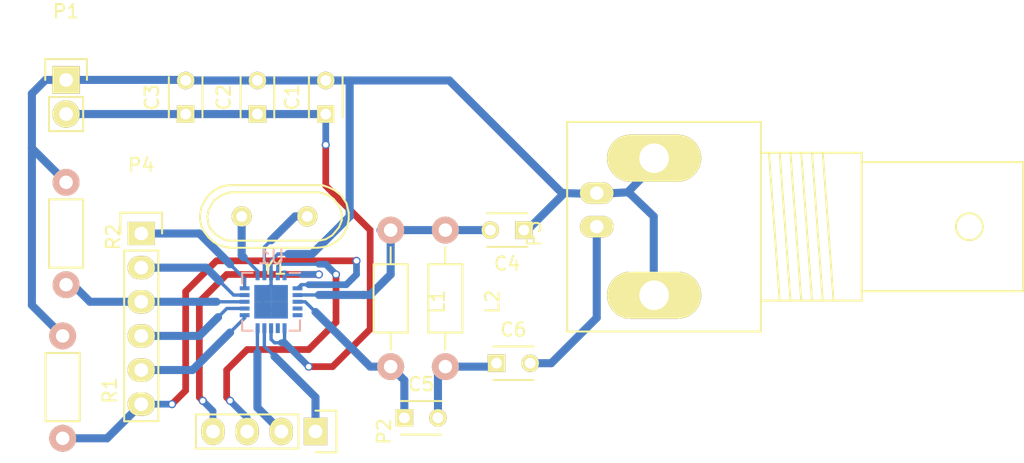
<source format=kicad_pcb>
(kicad_pcb (version 4) (host pcbnew 4.0.2+dfsg1-stable)

  (general
    (links 41)
    (no_connects 0)
    (area 141.369 83.691 217.983481 118.537)
    (thickness 1.6)
    (drawings 0)
    (tracks 160)
    (zones 0)
    (modules 16)
    (nets 22)
  )

  (page A4)
  (layers
    (0 F.Cu signal)
    (31 B.Cu signal)
    (32 B.Adhes user)
    (33 F.Adhes user)
    (34 B.Paste user)
    (35 F.Paste user)
    (36 B.SilkS user)
    (37 F.SilkS user)
    (38 B.Mask user)
    (39 F.Mask user)
    (40 Dwgs.User user)
    (41 Cmts.User user)
    (42 Eco1.User user)
    (43 Eco2.User user)
    (44 Edge.Cuts user)
    (45 Margin user)
    (46 B.CrtYd user)
    (47 F.CrtYd user)
    (48 B.Fab user)
    (49 F.Fab user)
  )

  (setup
    (last_trace_width 0.5)
    (user_trace_width 0.4)
    (user_trace_width 0.5)
    (user_trace_width 0.6)
    (user_trace_width 0.75)
    (trace_clearance 0.2)
    (zone_clearance 0.508)
    (zone_45_only no)
    (trace_min 0.2)
    (segment_width 0.2)
    (edge_width 0.1)
    (via_size 0.6)
    (via_drill 0.4)
    (via_min_size 0.4)
    (via_min_drill 0.3)
    (uvia_size 0.3)
    (uvia_drill 0.1)
    (uvias_allowed no)
    (uvia_min_size 0.2)
    (uvia_min_drill 0.1)
    (pcb_text_width 0.3)
    (pcb_text_size 1.5 1.5)
    (mod_edge_width 0.15)
    (mod_text_size 1 1)
    (mod_text_width 0.15)
    (pad_size 1.5 1.5)
    (pad_drill 0.6)
    (pad_to_mask_clearance 0)
    (aux_axis_origin 0 0)
    (visible_elements FFFFE769)
    (pcbplotparams
      (layerselection 0x00030_80000001)
      (usegerberextensions false)
      (excludeedgelayer true)
      (linewidth 0.100000)
      (plotframeref false)
      (viasonmask false)
      (mode 1)
      (useauxorigin false)
      (hpglpennumber 1)
      (hpglpenspeed 20)
      (hpglpendiameter 15)
      (hpglpenoverlay 2)
      (psnegative false)
      (psa4output false)
      (plotreference true)
      (plotvalue true)
      (plotinvisibletext false)
      (padsonsilk false)
      (subtractmaskfromsilk false)
      (outputformat 1)
      (mirror false)
      (drillshape 1)
      (scaleselection 1)
      (outputdirectory ""))
  )

  (net 0 "")
  (net 1 "Net-(C1-Pad1)")
  (net 2 GND)
  (net 3 "Net-(C4-Pad2)")
  (net 4 "Net-(C5-Pad1)")
  (net 5 "Net-(C5-Pad2)")
  (net 6 "Net-(C6-Pad2)")
  (net 7 /GPIO0)
  (net 8 /GPIO1)
  (net 9 /GPIO2)
  (net 10 /GPIO3)
  (net 11 /SEL)
  (net 12 /SDI)
  (net 13 /SDO)
  (net 14 /SCK)
  (net 15 /IRQ)
  (net 16 /SDN)
  (net 17 "Net-(U1-Pad4)")
  (net 18 "Net-(U1-Pad5)")
  (net 19 "Net-(U1-Pad7)")
  (net 20 "Net-(U1-Pad16)")
  (net 21 "Net-(U1-Pad17)")

  (net_class Default "This is the default net class."
    (clearance 0.2)
    (trace_width 0.25)
    (via_dia 0.6)
    (via_drill 0.4)
    (uvia_dia 0.3)
    (uvia_drill 0.1)
    (add_net /GPIO0)
    (add_net /GPIO1)
    (add_net /GPIO2)
    (add_net /GPIO3)
    (add_net /IRQ)
    (add_net /SCK)
    (add_net /SDI)
    (add_net /SDN)
    (add_net /SDO)
    (add_net /SEL)
    (add_net GND)
    (add_net "Net-(C1-Pad1)")
    (add_net "Net-(C4-Pad2)")
    (add_net "Net-(C5-Pad1)")
    (add_net "Net-(C5-Pad2)")
    (add_net "Net-(C6-Pad2)")
    (add_net "Net-(U1-Pad16)")
    (add_net "Net-(U1-Pad17)")
    (add_net "Net-(U1-Pad4)")
    (add_net "Net-(U1-Pad5)")
    (add_net "Net-(U1-Pad7)")
  )

  (module Sockets_BNC:BNC_Socket_TYCO-AMP_LargePads (layer F.Cu) (tedit 0) (tstamp 5A232B14)
    (at 191.008 100.838 270)
    (descr "BNC Socket TYCO AMP")
    (tags "BNC Socket TYCO AMP")
    (path /5A22F396)
    (fp_text reference P3 (at 0.508 9.652 270) (layer F.SilkS)
      (effects (font (size 1 1) (thickness 0.15)))
    )
    (fp_text value BNC (at 10.89914 -9.6012 360) (layer F.Fab)
      (effects (font (size 1 1) (thickness 0.15)))
    )
    (fp_line (start -5.4991 -11.80084) (end 5.4991 -12.60094) (layer F.SilkS) (width 0.15))
    (fp_line (start -5.4991 -11.00074) (end 5.4991 -11.80084) (layer F.SilkS) (width 0.15))
    (fp_line (start -5.4991 -10.20064) (end 5.4991 -11.00074) (layer F.SilkS) (width 0.15))
    (fp_line (start -5.4991 -9.40054) (end 5.4991 -10.20064) (layer F.SilkS) (width 0.15))
    (fp_line (start -5.4991 -8.60044) (end 5.4991 -9.40054) (layer F.SilkS) (width 0.15))
    (fp_line (start -5.4991 -7.80034) (end 5.4991 -8.60044) (layer F.SilkS) (width 0.15))
    (fp_circle (center 0 -22.69998) (end 1.00076 -22.69998) (layer F.SilkS) (width 0.15))
    (fp_line (start 4.8006 -14.69898) (end 4.8006 -26.70048) (layer F.SilkS) (width 0.15))
    (fp_line (start 4.8006 -26.70048) (end -4.8006 -26.70048) (layer F.SilkS) (width 0.15))
    (fp_line (start -4.8006 -26.70048) (end -4.8006 -14.69898) (layer F.SilkS) (width 0.15))
    (fp_line (start 5.4991 -7.2009) (end 5.4991 -14.69898) (layer F.SilkS) (width 0.15))
    (fp_line (start 5.4991 -14.69898) (end -5.4991 -14.69898) (layer F.SilkS) (width 0.15))
    (fp_line (start -5.4991 -14.69898) (end -5.4991 -7.2009) (layer F.SilkS) (width 0.15))
    (fp_line (start -7.80034 7.2009) (end 7.80034 7.2009) (layer F.SilkS) (width 0.15))
    (fp_line (start 7.80034 7.2009) (end 7.80034 -7.2009) (layer F.SilkS) (width 0.15))
    (fp_line (start 7.80034 -7.2009) (end -7.80034 -7.2009) (layer F.SilkS) (width 0.15))
    (fp_line (start -7.80034 -7.2009) (end -7.80034 7.2009) (layer F.SilkS) (width 0.15))
    (pad 2 thru_hole oval (at -5.09778 0.7366 270) (size 3.50012 7.00024) (drill 2.19964) (layers *.Cu *.Mask F.SilkS)
      (net 2 GND))
    (pad 2 thru_hole oval (at 5.10032 0.7366 270) (size 3.50012 7.00024) (drill 2.19964) (layers *.Cu *.Mask F.SilkS)
      (net 2 GND))
    (pad 1 thru_hole oval (at 0 5.00126 270) (size 1.6002 2.49936) (drill 1.00076) (layers *.Cu *.Mask F.SilkS)
      (net 6 "Net-(C6-Pad2)"))
    (pad 2 thru_hole oval (at -2.49936 5.00126 270) (size 1.6002 2.49936) (drill 1.00076) (layers *.Cu *.Mask F.SilkS)
      (net 2 GND))
    (model Sockets_BNC.3dshapes/BNC_Socket_TYCO-AMP_LargePads.wrl
      (at (xyz 0 0 0))
      (scale (xyz 0.3937 0.3937 0.3937))
      (rotate (xyz 0 0 0))
    )
  )

  (module Capacitors_ThroughHole:C_Disc_D3_P2.5 (layer F.Cu) (tedit 0) (tstamp 5A232A7B)
    (at 165.862 92.456 90)
    (descr "Capacitor 3mm Disc, Pitch 2.5mm")
    (tags Capacitor)
    (path /5A22CB2E)
    (fp_text reference C1 (at 1.25 -2.5 90) (layer F.SilkS)
      (effects (font (size 1 1) (thickness 0.15)))
    )
    (fp_text value 100pF (at 1.25 2.5 90) (layer F.Fab)
      (effects (font (size 1 1) (thickness 0.15)))
    )
    (fp_line (start -0.9 -1.5) (end 3.4 -1.5) (layer F.CrtYd) (width 0.05))
    (fp_line (start 3.4 -1.5) (end 3.4 1.5) (layer F.CrtYd) (width 0.05))
    (fp_line (start 3.4 1.5) (end -0.9 1.5) (layer F.CrtYd) (width 0.05))
    (fp_line (start -0.9 1.5) (end -0.9 -1.5) (layer F.CrtYd) (width 0.05))
    (fp_line (start -0.25 -1.25) (end 2.75 -1.25) (layer F.SilkS) (width 0.15))
    (fp_line (start 2.75 1.25) (end -0.25 1.25) (layer F.SilkS) (width 0.15))
    (pad 1 thru_hole rect (at 0 0 90) (size 1.3 1.3) (drill 0.8) (layers *.Cu *.Mask F.SilkS)
      (net 1 "Net-(C1-Pad1)"))
    (pad 2 thru_hole circle (at 2.5 0 90) (size 1.3 1.3) (drill 0.8001) (layers *.Cu *.Mask F.SilkS)
      (net 2 GND))
    (model Capacitors_ThroughHole.3dshapes/C_Disc_D3_P2.5.wrl
      (at (xyz 0.0492126 0 0))
      (scale (xyz 1 1 1))
      (rotate (xyz 0 0 0))
    )
  )

  (module Capacitors_ThroughHole:C_Disc_D3_P2.5 (layer F.Cu) (tedit 0) (tstamp 5A232A87)
    (at 160.782 92.456 90)
    (descr "Capacitor 3mm Disc, Pitch 2.5mm")
    (tags Capacitor)
    (path /5A22CBA1)
    (fp_text reference C2 (at 1.25 -2.5 90) (layer F.SilkS)
      (effects (font (size 1 1) (thickness 0.15)))
    )
    (fp_text value 100nF (at 1.25 2.5 90) (layer F.Fab)
      (effects (font (size 1 1) (thickness 0.15)))
    )
    (fp_line (start -0.9 -1.5) (end 3.4 -1.5) (layer F.CrtYd) (width 0.05))
    (fp_line (start 3.4 -1.5) (end 3.4 1.5) (layer F.CrtYd) (width 0.05))
    (fp_line (start 3.4 1.5) (end -0.9 1.5) (layer F.CrtYd) (width 0.05))
    (fp_line (start -0.9 1.5) (end -0.9 -1.5) (layer F.CrtYd) (width 0.05))
    (fp_line (start -0.25 -1.25) (end 2.75 -1.25) (layer F.SilkS) (width 0.15))
    (fp_line (start 2.75 1.25) (end -0.25 1.25) (layer F.SilkS) (width 0.15))
    (pad 1 thru_hole rect (at 0 0 90) (size 1.3 1.3) (drill 0.8) (layers *.Cu *.Mask F.SilkS)
      (net 1 "Net-(C1-Pad1)"))
    (pad 2 thru_hole circle (at 2.5 0 90) (size 1.3 1.3) (drill 0.8001) (layers *.Cu *.Mask F.SilkS)
      (net 2 GND))
    (model Capacitors_ThroughHole.3dshapes/C_Disc_D3_P2.5.wrl
      (at (xyz 0.0492126 0 0))
      (scale (xyz 1 1 1))
      (rotate (xyz 0 0 0))
    )
  )

  (module Capacitors_ThroughHole:C_Disc_D3_P2.5 (layer F.Cu) (tedit 0) (tstamp 5A232A93)
    (at 155.448 92.456 90)
    (descr "Capacitor 3mm Disc, Pitch 2.5mm")
    (tags Capacitor)
    (path /5A22CBF4)
    (fp_text reference C3 (at 1.25 -2.5 90) (layer F.SilkS)
      (effects (font (size 1 1) (thickness 0.15)))
    )
    (fp_text value 1uF (at 1.25 2.5 90) (layer F.Fab)
      (effects (font (size 1 1) (thickness 0.15)))
    )
    (fp_line (start -0.9 -1.5) (end 3.4 -1.5) (layer F.CrtYd) (width 0.05))
    (fp_line (start 3.4 -1.5) (end 3.4 1.5) (layer F.CrtYd) (width 0.05))
    (fp_line (start 3.4 1.5) (end -0.9 1.5) (layer F.CrtYd) (width 0.05))
    (fp_line (start -0.9 1.5) (end -0.9 -1.5) (layer F.CrtYd) (width 0.05))
    (fp_line (start -0.25 -1.25) (end 2.75 -1.25) (layer F.SilkS) (width 0.15))
    (fp_line (start 2.75 1.25) (end -0.25 1.25) (layer F.SilkS) (width 0.15))
    (pad 1 thru_hole rect (at 0 0 90) (size 1.3 1.3) (drill 0.8) (layers *.Cu *.Mask F.SilkS)
      (net 1 "Net-(C1-Pad1)"))
    (pad 2 thru_hole circle (at 2.5 0 90) (size 1.3 1.3) (drill 0.8001) (layers *.Cu *.Mask F.SilkS)
      (net 2 GND))
    (model Capacitors_ThroughHole.3dshapes/C_Disc_D3_P2.5.wrl
      (at (xyz 0.0492126 0 0))
      (scale (xyz 1 1 1))
      (rotate (xyz 0 0 0))
    )
  )

  (module Capacitors_ThroughHole:C_Disc_D3_P2.5 (layer F.Cu) (tedit 0) (tstamp 5A232A9F)
    (at 180.594 101.092 180)
    (descr "Capacitor 3mm Disc, Pitch 2.5mm")
    (tags Capacitor)
    (path /5A22CD93)
    (fp_text reference C4 (at 1.25 -2.5 180) (layer F.SilkS)
      (effects (font (size 1 1) (thickness 0.15)))
    )
    (fp_text value 12pF (at 1.25 2.5 180) (layer F.Fab)
      (effects (font (size 1 1) (thickness 0.15)))
    )
    (fp_line (start -0.9 -1.5) (end 3.4 -1.5) (layer F.CrtYd) (width 0.05))
    (fp_line (start 3.4 -1.5) (end 3.4 1.5) (layer F.CrtYd) (width 0.05))
    (fp_line (start 3.4 1.5) (end -0.9 1.5) (layer F.CrtYd) (width 0.05))
    (fp_line (start -0.9 1.5) (end -0.9 -1.5) (layer F.CrtYd) (width 0.05))
    (fp_line (start -0.25 -1.25) (end 2.75 -1.25) (layer F.SilkS) (width 0.15))
    (fp_line (start 2.75 1.25) (end -0.25 1.25) (layer F.SilkS) (width 0.15))
    (pad 1 thru_hole rect (at 0 0 180) (size 1.3 1.3) (drill 0.8) (layers *.Cu *.Mask F.SilkS)
      (net 2 GND))
    (pad 2 thru_hole circle (at 2.5 0 180) (size 1.3 1.3) (drill 0.8001) (layers *.Cu *.Mask F.SilkS)
      (net 3 "Net-(C4-Pad2)"))
    (model Capacitors_ThroughHole.3dshapes/C_Disc_D3_P2.5.wrl
      (at (xyz 0.0492126 0 0))
      (scale (xyz 1 1 1))
      (rotate (xyz 0 0 0))
    )
  )

  (module Capacitors_ThroughHole:C_Disc_D3_P2.5 (layer F.Cu) (tedit 0) (tstamp 5A232AAB)
    (at 171.704 115.062)
    (descr "Capacitor 3mm Disc, Pitch 2.5mm")
    (tags Capacitor)
    (path /5A22CC3B)
    (fp_text reference C5 (at 1.25 -2.5) (layer F.SilkS)
      (effects (font (size 1 1) (thickness 0.15)))
    )
    (fp_text value 6pF (at 1.25 2.5) (layer F.Fab)
      (effects (font (size 1 1) (thickness 0.15)))
    )
    (fp_line (start -0.9 -1.5) (end 3.4 -1.5) (layer F.CrtYd) (width 0.05))
    (fp_line (start 3.4 -1.5) (end 3.4 1.5) (layer F.CrtYd) (width 0.05))
    (fp_line (start 3.4 1.5) (end -0.9 1.5) (layer F.CrtYd) (width 0.05))
    (fp_line (start -0.9 1.5) (end -0.9 -1.5) (layer F.CrtYd) (width 0.05))
    (fp_line (start -0.25 -1.25) (end 2.75 -1.25) (layer F.SilkS) (width 0.15))
    (fp_line (start 2.75 1.25) (end -0.25 1.25) (layer F.SilkS) (width 0.15))
    (pad 1 thru_hole rect (at 0 0) (size 1.3 1.3) (drill 0.8) (layers *.Cu *.Mask F.SilkS)
      (net 4 "Net-(C5-Pad1)"))
    (pad 2 thru_hole circle (at 2.5 0) (size 1.3 1.3) (drill 0.8001) (layers *.Cu *.Mask F.SilkS)
      (net 5 "Net-(C5-Pad2)"))
    (model Capacitors_ThroughHole.3dshapes/C_Disc_D3_P2.5.wrl
      (at (xyz 0.0492126 0 0))
      (scale (xyz 1 1 1))
      (rotate (xyz 0 0 0))
    )
  )

  (module Capacitors_ThroughHole:C_Disc_D3_P2.5 (layer F.Cu) (tedit 0) (tstamp 5A232AB7)
    (at 178.562 110.998)
    (descr "Capacitor 3mm Disc, Pitch 2.5mm")
    (tags Capacitor)
    (path /5A22CCFE)
    (fp_text reference C6 (at 1.25 -2.5) (layer F.SilkS)
      (effects (font (size 1 1) (thickness 0.15)))
    )
    (fp_text value 6pF (at 1.25 2.5) (layer F.Fab)
      (effects (font (size 1 1) (thickness 0.15)))
    )
    (fp_line (start -0.9 -1.5) (end 3.4 -1.5) (layer F.CrtYd) (width 0.05))
    (fp_line (start 3.4 -1.5) (end 3.4 1.5) (layer F.CrtYd) (width 0.05))
    (fp_line (start 3.4 1.5) (end -0.9 1.5) (layer F.CrtYd) (width 0.05))
    (fp_line (start -0.9 1.5) (end -0.9 -1.5) (layer F.CrtYd) (width 0.05))
    (fp_line (start -0.25 -1.25) (end 2.75 -1.25) (layer F.SilkS) (width 0.15))
    (fp_line (start 2.75 1.25) (end -0.25 1.25) (layer F.SilkS) (width 0.15))
    (pad 1 thru_hole rect (at 0 0) (size 1.3 1.3) (drill 0.8) (layers *.Cu *.Mask F.SilkS)
      (net 5 "Net-(C5-Pad2)"))
    (pad 2 thru_hole circle (at 2.5 0) (size 1.3 1.3) (drill 0.8001) (layers *.Cu *.Mask F.SilkS)
      (net 6 "Net-(C6-Pad2)"))
    (model Capacitors_ThroughHole.3dshapes/C_Disc_D3_P2.5.wrl
      (at (xyz 0.0492126 0 0))
      (scale (xyz 1 1 1))
      (rotate (xyz 0 0 0))
    )
  )

  (module Resistors_ThroughHole:Resistor_Horizontal_RM10mm (layer F.Cu) (tedit 56648415) (tstamp 5A232AC7)
    (at 170.688 101.092 270)
    (descr "Resistor, Axial,  RM 10mm, 1/3W")
    (tags "Resistor Axial RM 10mm 1/3W")
    (path /5A22CEF1)
    (fp_text reference L1 (at 5.32892 -3.50012 270) (layer F.SilkS)
      (effects (font (size 1 1) (thickness 0.15)))
    )
    (fp_text value 240nH (at 5.08 3.81 270) (layer F.Fab)
      (effects (font (size 1 1) (thickness 0.15)))
    )
    (fp_line (start -1.25 -1.5) (end 11.4 -1.5) (layer F.CrtYd) (width 0.05))
    (fp_line (start -1.25 1.5) (end -1.25 -1.5) (layer F.CrtYd) (width 0.05))
    (fp_line (start 11.4 -1.5) (end 11.4 1.5) (layer F.CrtYd) (width 0.05))
    (fp_line (start -1.25 1.5) (end 11.4 1.5) (layer F.CrtYd) (width 0.05))
    (fp_line (start 2.54 -1.27) (end 7.62 -1.27) (layer F.SilkS) (width 0.15))
    (fp_line (start 7.62 -1.27) (end 7.62 1.27) (layer F.SilkS) (width 0.15))
    (fp_line (start 7.62 1.27) (end 2.54 1.27) (layer F.SilkS) (width 0.15))
    (fp_line (start 2.54 1.27) (end 2.54 -1.27) (layer F.SilkS) (width 0.15))
    (fp_line (start 2.54 0) (end 1.27 0) (layer F.SilkS) (width 0.15))
    (fp_line (start 7.62 0) (end 8.89 0) (layer F.SilkS) (width 0.15))
    (pad 1 thru_hole circle (at 0 0 270) (size 1.99898 1.99898) (drill 1.00076) (layers *.Cu *.SilkS *.Mask)
      (net 3 "Net-(C4-Pad2)"))
    (pad 2 thru_hole circle (at 10.16 0 270) (size 1.99898 1.99898) (drill 1.00076) (layers *.Cu *.SilkS *.Mask)
      (net 4 "Net-(C5-Pad1)"))
    (model Resistors_ThroughHole.3dshapes/Resistor_Horizontal_RM10mm.wrl
      (at (xyz 0 0 0))
      (scale (xyz 0.4 0.4 0.4))
      (rotate (xyz 0 0 0))
    )
  )

  (module Resistors_ThroughHole:Resistor_Horizontal_RM10mm (layer F.Cu) (tedit 56648415) (tstamp 5A232AD7)
    (at 174.752 101.092 270)
    (descr "Resistor, Axial,  RM 10mm, 1/3W")
    (tags "Resistor Axial RM 10mm 1/3W")
    (path /5A22CE30)
    (fp_text reference L2 (at 5.32892 -3.50012 270) (layer F.SilkS)
      (effects (font (size 1 1) (thickness 0.15)))
    )
    (fp_text value 160nH (at 5.08 3.81 270) (layer F.Fab)
      (effects (font (size 1 1) (thickness 0.15)))
    )
    (fp_line (start -1.25 -1.5) (end 11.4 -1.5) (layer F.CrtYd) (width 0.05))
    (fp_line (start -1.25 1.5) (end -1.25 -1.5) (layer F.CrtYd) (width 0.05))
    (fp_line (start 11.4 -1.5) (end 11.4 1.5) (layer F.CrtYd) (width 0.05))
    (fp_line (start -1.25 1.5) (end 11.4 1.5) (layer F.CrtYd) (width 0.05))
    (fp_line (start 2.54 -1.27) (end 7.62 -1.27) (layer F.SilkS) (width 0.15))
    (fp_line (start 7.62 -1.27) (end 7.62 1.27) (layer F.SilkS) (width 0.15))
    (fp_line (start 7.62 1.27) (end 2.54 1.27) (layer F.SilkS) (width 0.15))
    (fp_line (start 2.54 1.27) (end 2.54 -1.27) (layer F.SilkS) (width 0.15))
    (fp_line (start 2.54 0) (end 1.27 0) (layer F.SilkS) (width 0.15))
    (fp_line (start 7.62 0) (end 8.89 0) (layer F.SilkS) (width 0.15))
    (pad 1 thru_hole circle (at 0 0 270) (size 1.99898 1.99898) (drill 1.00076) (layers *.Cu *.SilkS *.Mask)
      (net 3 "Net-(C4-Pad2)"))
    (pad 2 thru_hole circle (at 10.16 0 270) (size 1.99898 1.99898) (drill 1.00076) (layers *.Cu *.SilkS *.Mask)
      (net 5 "Net-(C5-Pad2)"))
    (model Resistors_ThroughHole.3dshapes/Resistor_Horizontal_RM10mm.wrl
      (at (xyz 0 0 0))
      (scale (xyz 0.4 0.4 0.4))
      (rotate (xyz 0 0 0))
    )
  )

  (module Pin_Headers:Pin_Header_Straight_1x02 (layer F.Cu) (tedit 54EA090C) (tstamp 5A232AE8)
    (at 146.558 89.916)
    (descr "Through hole pin header")
    (tags "pin header")
    (path /5A22C867)
    (fp_text reference P1 (at 0 -5.1) (layer F.SilkS)
      (effects (font (size 1 1) (thickness 0.15)))
    )
    (fp_text value PWR (at 0 -3.1) (layer F.Fab)
      (effects (font (size 1 1) (thickness 0.15)))
    )
    (fp_line (start 1.27 1.27) (end 1.27 3.81) (layer F.SilkS) (width 0.15))
    (fp_line (start 1.55 -1.55) (end 1.55 0) (layer F.SilkS) (width 0.15))
    (fp_line (start -1.75 -1.75) (end -1.75 4.3) (layer F.CrtYd) (width 0.05))
    (fp_line (start 1.75 -1.75) (end 1.75 4.3) (layer F.CrtYd) (width 0.05))
    (fp_line (start -1.75 -1.75) (end 1.75 -1.75) (layer F.CrtYd) (width 0.05))
    (fp_line (start -1.75 4.3) (end 1.75 4.3) (layer F.CrtYd) (width 0.05))
    (fp_line (start 1.27 1.27) (end -1.27 1.27) (layer F.SilkS) (width 0.15))
    (fp_line (start -1.55 0) (end -1.55 -1.55) (layer F.SilkS) (width 0.15))
    (fp_line (start -1.55 -1.55) (end 1.55 -1.55) (layer F.SilkS) (width 0.15))
    (fp_line (start -1.27 1.27) (end -1.27 3.81) (layer F.SilkS) (width 0.15))
    (fp_line (start -1.27 3.81) (end 1.27 3.81) (layer F.SilkS) (width 0.15))
    (pad 1 thru_hole rect (at 0 0) (size 2.032 2.032) (drill 1.016) (layers *.Cu *.Mask F.SilkS)
      (net 2 GND))
    (pad 2 thru_hole oval (at 0 2.54) (size 2.032 2.032) (drill 1.016) (layers *.Cu *.Mask F.SilkS)
      (net 1 "Net-(C1-Pad1)"))
    (model Pin_Headers.3dshapes/Pin_Header_Straight_1x02.wrl
      (at (xyz 0 -0.05 0))
      (scale (xyz 1 1 1))
      (rotate (xyz 0 0 90))
    )
  )

  (module Pin_Headers:Pin_Header_Straight_1x04 (layer F.Cu) (tedit 0) (tstamp 5A232AFB)
    (at 165.1 116.078 270)
    (descr "Through hole pin header")
    (tags "pin header")
    (path /5A22C818)
    (fp_text reference P2 (at 0 -5.1 270) (layer F.SilkS)
      (effects (font (size 1 1) (thickness 0.15)))
    )
    (fp_text value GPIO (at 0 -3.1 270) (layer F.Fab)
      (effects (font (size 1 1) (thickness 0.15)))
    )
    (fp_line (start -1.75 -1.75) (end -1.75 9.4) (layer F.CrtYd) (width 0.05))
    (fp_line (start 1.75 -1.75) (end 1.75 9.4) (layer F.CrtYd) (width 0.05))
    (fp_line (start -1.75 -1.75) (end 1.75 -1.75) (layer F.CrtYd) (width 0.05))
    (fp_line (start -1.75 9.4) (end 1.75 9.4) (layer F.CrtYd) (width 0.05))
    (fp_line (start -1.27 1.27) (end -1.27 8.89) (layer F.SilkS) (width 0.15))
    (fp_line (start 1.27 1.27) (end 1.27 8.89) (layer F.SilkS) (width 0.15))
    (fp_line (start 1.55 -1.55) (end 1.55 0) (layer F.SilkS) (width 0.15))
    (fp_line (start -1.27 8.89) (end 1.27 8.89) (layer F.SilkS) (width 0.15))
    (fp_line (start 1.27 1.27) (end -1.27 1.27) (layer F.SilkS) (width 0.15))
    (fp_line (start -1.55 0) (end -1.55 -1.55) (layer F.SilkS) (width 0.15))
    (fp_line (start -1.55 -1.55) (end 1.55 -1.55) (layer F.SilkS) (width 0.15))
    (pad 1 thru_hole rect (at 0 0 270) (size 2.032 1.7272) (drill 1.016) (layers *.Cu *.Mask F.SilkS)
      (net 7 /GPIO0))
    (pad 2 thru_hole oval (at 0 2.54 270) (size 2.032 1.7272) (drill 1.016) (layers *.Cu *.Mask F.SilkS)
      (net 8 /GPIO1))
    (pad 3 thru_hole oval (at 0 5.08 270) (size 2.032 1.7272) (drill 1.016) (layers *.Cu *.Mask F.SilkS)
      (net 9 /GPIO2))
    (pad 4 thru_hole oval (at 0 7.62 270) (size 2.032 1.7272) (drill 1.016) (layers *.Cu *.Mask F.SilkS)
      (net 10 /GPIO3))
    (model Pin_Headers.3dshapes/Pin_Header_Straight_1x04.wrl
      (at (xyz 0 -0.15 0))
      (scale (xyz 1 1 1))
      (rotate (xyz 0 0 90))
    )
  )

  (module Pin_Headers:Pin_Header_Straight_1x06 (layer F.Cu) (tedit 0) (tstamp 5A232B29)
    (at 152.146 101.346)
    (descr "Through hole pin header")
    (tags "pin header")
    (path /5A22C79F)
    (fp_text reference P4 (at 0 -5.1) (layer F.SilkS)
      (effects (font (size 1 1) (thickness 0.15)))
    )
    (fp_text value SPI (at 0 -3.1) (layer F.Fab)
      (effects (font (size 1 1) (thickness 0.15)))
    )
    (fp_line (start -1.75 -1.75) (end -1.75 14.45) (layer F.CrtYd) (width 0.05))
    (fp_line (start 1.75 -1.75) (end 1.75 14.45) (layer F.CrtYd) (width 0.05))
    (fp_line (start -1.75 -1.75) (end 1.75 -1.75) (layer F.CrtYd) (width 0.05))
    (fp_line (start -1.75 14.45) (end 1.75 14.45) (layer F.CrtYd) (width 0.05))
    (fp_line (start 1.27 1.27) (end 1.27 13.97) (layer F.SilkS) (width 0.15))
    (fp_line (start 1.27 13.97) (end -1.27 13.97) (layer F.SilkS) (width 0.15))
    (fp_line (start -1.27 13.97) (end -1.27 1.27) (layer F.SilkS) (width 0.15))
    (fp_line (start 1.55 -1.55) (end 1.55 0) (layer F.SilkS) (width 0.15))
    (fp_line (start 1.27 1.27) (end -1.27 1.27) (layer F.SilkS) (width 0.15))
    (fp_line (start -1.55 0) (end -1.55 -1.55) (layer F.SilkS) (width 0.15))
    (fp_line (start -1.55 -1.55) (end 1.55 -1.55) (layer F.SilkS) (width 0.15))
    (pad 1 thru_hole rect (at 0 0) (size 2.032 1.7272) (drill 1.016) (layers *.Cu *.Mask F.SilkS)
      (net 11 /SEL))
    (pad 2 thru_hole oval (at 0 2.54) (size 2.032 1.7272) (drill 1.016) (layers *.Cu *.Mask F.SilkS)
      (net 12 /SDI))
    (pad 3 thru_hole oval (at 0 5.08) (size 2.032 1.7272) (drill 1.016) (layers *.Cu *.Mask F.SilkS)
      (net 13 /SDO))
    (pad 4 thru_hole oval (at 0 7.62) (size 2.032 1.7272) (drill 1.016) (layers *.Cu *.Mask F.SilkS)
      (net 14 /SCK))
    (pad 5 thru_hole oval (at 0 10.16) (size 2.032 1.7272) (drill 1.016) (layers *.Cu *.Mask F.SilkS)
      (net 15 /IRQ))
    (pad 6 thru_hole oval (at 0 12.7) (size 2.032 1.7272) (drill 1.016) (layers *.Cu *.Mask F.SilkS)
      (net 16 /SDN))
    (model Pin_Headers.3dshapes/Pin_Header_Straight_1x06.wrl
      (at (xyz 0 -0.25 0))
      (scale (xyz 1 1 1))
      (rotate (xyz 0 0 90))
    )
  )

  (module Resistors_ThroughHole:Resistor_Horizontal_RM7mm (layer F.Cu) (tedit 569FCF07) (tstamp 5A232B37)
    (at 146.304 108.966 270)
    (descr "Resistor, Axial,  RM 7.62mm, 1/3W,")
    (tags "Resistor Axial RM 7.62mm 1/3W R3")
    (path /5A22C9B6)
    (fp_text reference R1 (at 4.05892 -3.50012 270) (layer F.SilkS)
      (effects (font (size 1 1) (thickness 0.15)))
    )
    (fp_text value 100K (at 3.81 3.81 270) (layer F.Fab)
      (effects (font (size 1 1) (thickness 0.15)))
    )
    (fp_line (start -1.25 -1.5) (end 8.85 -1.5) (layer F.CrtYd) (width 0.05))
    (fp_line (start -1.25 1.5) (end -1.25 -1.5) (layer F.CrtYd) (width 0.05))
    (fp_line (start 8.85 -1.5) (end 8.85 1.5) (layer F.CrtYd) (width 0.05))
    (fp_line (start -1.25 1.5) (end 8.85 1.5) (layer F.CrtYd) (width 0.05))
    (fp_line (start 1.27 -1.27) (end 6.35 -1.27) (layer F.SilkS) (width 0.15))
    (fp_line (start 6.35 -1.27) (end 6.35 1.27) (layer F.SilkS) (width 0.15))
    (fp_line (start 6.35 1.27) (end 1.27 1.27) (layer F.SilkS) (width 0.15))
    (fp_line (start 1.27 1.27) (end 1.27 -1.27) (layer F.SilkS) (width 0.15))
    (pad 1 thru_hole circle (at 0 0 270) (size 1.99898 1.99898) (drill 1.00076) (layers *.Cu *.SilkS *.Mask)
      (net 2 GND))
    (pad 2 thru_hole circle (at 7.62 0 270) (size 1.99898 1.99898) (drill 1.00076) (layers *.Cu *.SilkS *.Mask)
      (net 16 /SDN))
  )

  (module Resistors_ThroughHole:Resistor_Horizontal_RM7mm (layer F.Cu) (tedit 569FCF07) (tstamp 5A232B45)
    (at 146.558 97.536 270)
    (descr "Resistor, Axial,  RM 7.62mm, 1/3W,")
    (tags "Resistor Axial RM 7.62mm 1/3W R3")
    (path /5A22F153)
    (fp_text reference R2 (at 4.05892 -3.50012 270) (layer F.SilkS)
      (effects (font (size 1 1) (thickness 0.15)))
    )
    (fp_text value 100K (at 3.81 3.81 270) (layer F.Fab)
      (effects (font (size 1 1) (thickness 0.15)))
    )
    (fp_line (start -1.25 -1.5) (end 8.85 -1.5) (layer F.CrtYd) (width 0.05))
    (fp_line (start -1.25 1.5) (end -1.25 -1.5) (layer F.CrtYd) (width 0.05))
    (fp_line (start 8.85 -1.5) (end 8.85 1.5) (layer F.CrtYd) (width 0.05))
    (fp_line (start -1.25 1.5) (end 8.85 1.5) (layer F.CrtYd) (width 0.05))
    (fp_line (start 1.27 -1.27) (end 6.35 -1.27) (layer F.SilkS) (width 0.15))
    (fp_line (start 6.35 -1.27) (end 6.35 1.27) (layer F.SilkS) (width 0.15))
    (fp_line (start 6.35 1.27) (end 1.27 1.27) (layer F.SilkS) (width 0.15))
    (fp_line (start 1.27 1.27) (end 1.27 -1.27) (layer F.SilkS) (width 0.15))
    (pad 1 thru_hole circle (at 0 0 270) (size 1.99898 1.99898) (drill 1.00076) (layers *.Cu *.SilkS *.Mask)
      (net 2 GND))
    (pad 2 thru_hole circle (at 7.62 0 270) (size 1.99898 1.99898) (drill 1.00076) (layers *.Cu *.SilkS *.Mask)
      (net 13 /SDO))
  )

  (module Housings_DFN_QFN:QFN-20-1EP_4x4mm_Pitch0.5mm (layer B.Cu) (tedit 54130A77) (tstamp 5A232B6C)
    (at 161.798 106.426 180)
    (descr "20-Lead Plastic Quad Flat, No Lead Package (ML) - 4x4x0.9 mm Body [QFN]; (see Microchip Packaging Specification 00000049BS.pdf)")
    (tags "QFN 0.5")
    (path /5A22C5F9)
    (attr smd)
    (fp_text reference U1 (at 0 3.33 180) (layer B.SilkS)
      (effects (font (size 1 1) (thickness 0.15)) (justify mirror))
    )
    (fp_text value Si4362 (at 0 -3.33 180) (layer B.Fab)
      (effects (font (size 1 1) (thickness 0.15)) (justify mirror))
    )
    (fp_line (start -2.6 2.6) (end -2.6 -2.6) (layer B.CrtYd) (width 0.05))
    (fp_line (start 2.6 2.6) (end 2.6 -2.6) (layer B.CrtYd) (width 0.05))
    (fp_line (start -2.6 2.6) (end 2.6 2.6) (layer B.CrtYd) (width 0.05))
    (fp_line (start -2.6 -2.6) (end 2.6 -2.6) (layer B.CrtYd) (width 0.05))
    (fp_line (start 2.15 2.15) (end 2.15 1.375) (layer B.SilkS) (width 0.15))
    (fp_line (start -2.15 -2.15) (end -2.15 -1.375) (layer B.SilkS) (width 0.15))
    (fp_line (start 2.15 -2.15) (end 2.15 -1.375) (layer B.SilkS) (width 0.15))
    (fp_line (start -2.15 2.15) (end -1.375 2.15) (layer B.SilkS) (width 0.15))
    (fp_line (start -2.15 -2.15) (end -1.375 -2.15) (layer B.SilkS) (width 0.15))
    (fp_line (start 2.15 -2.15) (end 1.375 -2.15) (layer B.SilkS) (width 0.15))
    (fp_line (start 2.15 2.15) (end 1.375 2.15) (layer B.SilkS) (width 0.15))
    (pad 1 smd rect (at -1.965 1 180) (size 0.73 0.3) (layers B.Cu B.Paste B.Mask)
      (net 16 /SDN))
    (pad 2 smd rect (at -1.965 0.5 180) (size 0.73 0.3) (layers B.Cu B.Paste B.Mask)
      (net 3 "Net-(C4-Pad2)"))
    (pad 3 smd rect (at -1.965 0 180) (size 0.73 0.3) (layers B.Cu B.Paste B.Mask)
      (net 4 "Net-(C5-Pad1)"))
    (pad 4 smd rect (at -1.965 -0.5 180) (size 0.73 0.3) (layers B.Cu B.Paste B.Mask)
      (net 17 "Net-(U1-Pad4)"))
    (pad 5 smd rect (at -1.965 -1 180) (size 0.73 0.3) (layers B.Cu B.Paste B.Mask)
      (net 18 "Net-(U1-Pad5)"))
    (pad 6 smd rect (at -1 -1.965 90) (size 0.73 0.3) (layers B.Cu B.Paste B.Mask)
      (net 1 "Net-(C1-Pad1)"))
    (pad 7 smd rect (at -0.5 -1.965 90) (size 0.73 0.3) (layers B.Cu B.Paste B.Mask)
      (net 19 "Net-(U1-Pad7)"))
    (pad 8 smd rect (at 0 -1.965 90) (size 0.73 0.3) (layers B.Cu B.Paste B.Mask)
      (net 1 "Net-(C1-Pad1)"))
    (pad 9 smd rect (at 0.5 -1.965 90) (size 0.73 0.3) (layers B.Cu B.Paste B.Mask)
      (net 7 /GPIO0))
    (pad 10 smd rect (at 1 -1.965 90) (size 0.73 0.3) (layers B.Cu B.Paste B.Mask)
      (net 8 /GPIO1))
    (pad 11 smd rect (at 1.965 -1 180) (size 0.73 0.3) (layers B.Cu B.Paste B.Mask)
      (net 15 /IRQ))
    (pad 12 smd rect (at 1.965 -0.5 180) (size 0.73 0.3) (layers B.Cu B.Paste B.Mask)
      (net 14 /SCK))
    (pad 13 smd rect (at 1.965 0 180) (size 0.73 0.3) (layers B.Cu B.Paste B.Mask)
      (net 13 /SDO))
    (pad 14 smd rect (at 1.965 0.5 180) (size 0.73 0.3) (layers B.Cu B.Paste B.Mask)
      (net 12 /SDI))
    (pad 15 smd rect (at 1.965 1 180) (size 0.73 0.3) (layers B.Cu B.Paste B.Mask)
      (net 11 /SEL))
    (pad 16 smd rect (at 1 1.965 90) (size 0.73 0.3) (layers B.Cu B.Paste B.Mask)
      (net 20 "Net-(U1-Pad16)"))
    (pad 17 smd rect (at 0.5 1.965 90) (size 0.73 0.3) (layers B.Cu B.Paste B.Mask)
      (net 21 "Net-(U1-Pad17)"))
    (pad 18 smd rect (at 0 1.965 90) (size 0.73 0.3) (layers B.Cu B.Paste B.Mask)
      (net 2 GND))
    (pad 19 smd rect (at -0.5 1.965 90) (size 0.73 0.3) (layers B.Cu B.Paste B.Mask)
      (net 9 /GPIO2))
    (pad 20 smd rect (at -1 1.965 90) (size 0.73 0.3) (layers B.Cu B.Paste B.Mask)
      (net 10 /GPIO3))
    (pad 21 smd rect (at 0.625 -0.625 180) (size 1.25 1.25) (layers B.Cu B.Paste B.Mask)
      (net 2 GND) (solder_paste_margin_ratio -0.2))
    (pad 21 smd rect (at 0.625 0.625 180) (size 1.25 1.25) (layers B.Cu B.Paste B.Mask)
      (net 2 GND) (solder_paste_margin_ratio -0.2))
    (pad 21 smd rect (at -0.625 -0.625 180) (size 1.25 1.25) (layers B.Cu B.Paste B.Mask)
      (net 2 GND) (solder_paste_margin_ratio -0.2))
    (pad 21 smd rect (at -0.625 0.625 180) (size 1.25 1.25) (layers B.Cu B.Paste B.Mask)
      (net 2 GND) (solder_paste_margin_ratio -0.2))
    (model Housings_DFN_QFN.3dshapes/QFN-20-1EP_4x4mm_Pitch0.5mm.wrl
      (at (xyz 0 0 0))
      (scale (xyz 1 1 1))
      (rotate (xyz 0 0 0))
    )
  )

  (module Crystals:Crystal_HC49-U_Vertical (layer F.Cu) (tedit 0) (tstamp 5A232BA5)
    (at 162.052 100.076 180)
    (descr "Crystal, Quarz, HC49/U, vertical, stehend,")
    (tags "Crystal, Quarz, HC49/U, vertical, stehend,")
    (path /5A22C8F2)
    (fp_text reference Y1 (at 0 -3.81 180) (layer F.SilkS)
      (effects (font (size 1 1) (thickness 0.15)))
    )
    (fp_text value 30MHz (at 0 3.81 180) (layer F.Fab)
      (effects (font (size 1 1) (thickness 0.15)))
    )
    (fp_line (start 4.699 -1.00076) (end 4.89966 -0.59944) (layer F.SilkS) (width 0.15))
    (fp_line (start 4.89966 -0.59944) (end 5.00126 0) (layer F.SilkS) (width 0.15))
    (fp_line (start 5.00126 0) (end 4.89966 0.50038) (layer F.SilkS) (width 0.15))
    (fp_line (start 4.89966 0.50038) (end 4.50088 1.19888) (layer F.SilkS) (width 0.15))
    (fp_line (start 4.50088 1.19888) (end 3.8989 1.6002) (layer F.SilkS) (width 0.15))
    (fp_line (start 3.8989 1.6002) (end 3.29946 1.80086) (layer F.SilkS) (width 0.15))
    (fp_line (start 3.29946 1.80086) (end -3.29946 1.80086) (layer F.SilkS) (width 0.15))
    (fp_line (start -3.29946 1.80086) (end -4.0005 1.6002) (layer F.SilkS) (width 0.15))
    (fp_line (start -4.0005 1.6002) (end -4.39928 1.30048) (layer F.SilkS) (width 0.15))
    (fp_line (start -4.39928 1.30048) (end -4.8006 0.8001) (layer F.SilkS) (width 0.15))
    (fp_line (start -4.8006 0.8001) (end -5.00126 0.20066) (layer F.SilkS) (width 0.15))
    (fp_line (start -5.00126 0.20066) (end -5.00126 -0.29972) (layer F.SilkS) (width 0.15))
    (fp_line (start -5.00126 -0.29972) (end -4.8006 -0.8001) (layer F.SilkS) (width 0.15))
    (fp_line (start -4.8006 -0.8001) (end -4.30022 -1.39954) (layer F.SilkS) (width 0.15))
    (fp_line (start -4.30022 -1.39954) (end -3.79984 -1.69926) (layer F.SilkS) (width 0.15))
    (fp_line (start -3.79984 -1.69926) (end -3.29946 -1.80086) (layer F.SilkS) (width 0.15))
    (fp_line (start -3.2004 -1.80086) (end 3.40106 -1.80086) (layer F.SilkS) (width 0.15))
    (fp_line (start 3.40106 -1.80086) (end 3.79984 -1.69926) (layer F.SilkS) (width 0.15))
    (fp_line (start 3.79984 -1.69926) (end 4.30022 -1.39954) (layer F.SilkS) (width 0.15))
    (fp_line (start 4.30022 -1.39954) (end 4.8006 -0.89916) (layer F.SilkS) (width 0.15))
    (fp_line (start -3.19024 -2.32918) (end -3.64998 -2.28092) (layer F.SilkS) (width 0.15))
    (fp_line (start -3.64998 -2.28092) (end -4.04876 -2.16916) (layer F.SilkS) (width 0.15))
    (fp_line (start -4.04876 -2.16916) (end -4.48056 -1.95072) (layer F.SilkS) (width 0.15))
    (fp_line (start -4.48056 -1.95072) (end -4.77012 -1.71958) (layer F.SilkS) (width 0.15))
    (fp_line (start -4.77012 -1.71958) (end -5.10032 -1.36906) (layer F.SilkS) (width 0.15))
    (fp_line (start -5.10032 -1.36906) (end -5.38988 -0.83058) (layer F.SilkS) (width 0.15))
    (fp_line (start -5.38988 -0.83058) (end -5.51942 -0.23114) (layer F.SilkS) (width 0.15))
    (fp_line (start -5.51942 -0.23114) (end -5.51942 0.2794) (layer F.SilkS) (width 0.15))
    (fp_line (start -5.51942 0.2794) (end -5.34924 0.98044) (layer F.SilkS) (width 0.15))
    (fp_line (start -5.34924 0.98044) (end -4.95046 1.56972) (layer F.SilkS) (width 0.15))
    (fp_line (start -4.95046 1.56972) (end -4.49072 1.94056) (layer F.SilkS) (width 0.15))
    (fp_line (start -4.49072 1.94056) (end -4.06908 2.14884) (layer F.SilkS) (width 0.15))
    (fp_line (start -4.06908 2.14884) (end -3.6195 2.30886) (layer F.SilkS) (width 0.15))
    (fp_line (start -3.6195 2.30886) (end -3.18008 2.33934) (layer F.SilkS) (width 0.15))
    (fp_line (start 4.16052 2.1209) (end 4.53898 1.89992) (layer F.SilkS) (width 0.15))
    (fp_line (start 4.53898 1.89992) (end 4.85902 1.62052) (layer F.SilkS) (width 0.15))
    (fp_line (start 4.85902 1.62052) (end 5.11048 1.29032) (layer F.SilkS) (width 0.15))
    (fp_line (start 5.11048 1.29032) (end 5.4102 0.73914) (layer F.SilkS) (width 0.15))
    (fp_line (start 5.4102 0.73914) (end 5.51942 0.26924) (layer F.SilkS) (width 0.15))
    (fp_line (start 5.51942 0.26924) (end 5.53974 -0.1905) (layer F.SilkS) (width 0.15))
    (fp_line (start 5.53974 -0.1905) (end 5.45084 -0.65024) (layer F.SilkS) (width 0.15))
    (fp_line (start 5.45084 -0.65024) (end 5.26034 -1.09982) (layer F.SilkS) (width 0.15))
    (fp_line (start 5.26034 -1.09982) (end 4.89966 -1.56972) (layer F.SilkS) (width 0.15))
    (fp_line (start 4.89966 -1.56972) (end 4.54914 -1.88976) (layer F.SilkS) (width 0.15))
    (fp_line (start 4.54914 -1.88976) (end 4.16052 -2.1209) (layer F.SilkS) (width 0.15))
    (fp_line (start 4.16052 -2.1209) (end 3.73126 -2.2606) (layer F.SilkS) (width 0.15))
    (fp_line (start 3.73126 -2.2606) (end 3.2893 -2.32918) (layer F.SilkS) (width 0.15))
    (fp_line (start -3.2004 2.32918) (end 3.2512 2.32918) (layer F.SilkS) (width 0.15))
    (fp_line (start 3.2512 2.32918) (end 3.6703 2.29108) (layer F.SilkS) (width 0.15))
    (fp_line (start 3.6703 2.29108) (end 4.16052 2.1209) (layer F.SilkS) (width 0.15))
    (fp_line (start -3.2004 -2.32918) (end 3.2512 -2.32918) (layer F.SilkS) (width 0.15))
    (pad 1 thru_hole circle (at -2.44094 0 180) (size 1.50114 1.50114) (drill 0.8001) (layers *.Cu *.Mask F.SilkS)
      (net 21 "Net-(U1-Pad17)"))
    (pad 2 thru_hole circle (at 2.44094 0 180) (size 1.50114 1.50114) (drill 0.8001) (layers *.Cu *.Mask F.SilkS)
      (net 20 "Net-(U1-Pad16)"))
  )

  (segment (start 162.56 109.474) (end 162.814 109.474) (width 0.5) (layer B.Cu) (net 1))
  (segment (start 165.862 94.742) (end 165.862 92.456) (width 0.5) (layer B.Cu) (net 1) (tstamp 5A265DB4) (status 800000))
  (via (at 165.862 94.742) (size 0.6) (drill 0.4) (layers F.Cu B.Cu) (net 1))
  (segment (start 165.862 97.79) (end 165.862 94.742) (width 0.5) (layer F.Cu) (net 1) (tstamp 5A265DB1))
  (segment (start 169.164 101.092) (end 165.862 97.79) (width 0.5) (layer F.Cu) (net 1) (tstamp 5A265DAA))
  (segment (start 169.164 108.458) (end 169.164 101.092) (width 0.5) (layer F.Cu) (net 1) (tstamp 5A265DA3))
  (segment (start 166.37 111.252) (end 169.164 108.458) (width 0.5) (layer F.Cu) (net 1) (tstamp 5A265D9B))
  (segment (start 164.592 111.252) (end 166.37 111.252) (width 0.5) (layer F.Cu) (net 1) (tstamp 5A265D9A))
  (via (at 164.592 111.252) (size 0.6) (drill 0.4) (layers F.Cu B.Cu) (net 1))
  (segment (start 162.814 109.474) (end 164.592 111.252) (width 0.5) (layer B.Cu) (net 1) (tstamp 5A265D93))
  (segment (start 160.782 92.456) (end 165.862 92.456) (width 0.6) (layer B.Cu) (net 1))
  (segment (start 155.448 92.456) (end 160.782 92.456) (width 0.6) (layer B.Cu) (net 1))
  (segment (start 146.558 92.456) (end 155.448 92.456) (width 0.6) (layer B.Cu) (net 1))
  (segment (start 161.798 108.391) (end 161.798 109.22) (width 0.25) (layer B.Cu) (net 1))
  (segment (start 162.798 109.236) (end 162.798 108.391) (width 0.25) (layer B.Cu) (net 1) (tstamp 5A233039))
  (segment (start 162.56 109.474) (end 162.798 109.236) (width 0.25) (layer B.Cu) (net 1) (tstamp 5A233038))
  (segment (start 162.052 109.474) (end 162.56 109.474) (width 0.25) (layer B.Cu) (net 1) (tstamp 5A233037))
  (segment (start 161.798 109.22) (end 162.052 109.474) (width 0.25) (layer B.Cu) (net 1) (tstamp 5A233036))
  (segment (start 155.448 92.456) (end 154.94 92.456) (width 0.25) (layer B.Cu) (net 1))
  (segment (start 163.068 102.87) (end 164.846 102.87) (width 0.6) (layer B.Cu) (net 2))
  (segment (start 164.846 102.87) (end 167.64 100.076) (width 0.6) (layer B.Cu) (net 2) (tstamp 5A2658F9))
  (segment (start 167.64 100.076) (end 167.64 89.956) (width 0.6) (layer B.Cu) (net 2) (tstamp 5A2658FC))
  (segment (start 161.798 104.461) (end 161.798 103.378) (width 0.25) (layer B.Cu) (net 2))
  (segment (start 162.306 102.87) (end 163.068 102.87) (width 0.25) (layer B.Cu) (net 2) (tstamp 5A2658DA))
  (segment (start 161.798 103.378) (end 162.306 102.87) (width 0.25) (layer B.Cu) (net 2) (tstamp 5A2658D2))
  (segment (start 144.018 94.996) (end 144.018 106.68) (width 0.6) (layer B.Cu) (net 2))
  (segment (start 144.018 106.68) (end 146.304 108.966) (width 0.6) (layer B.Cu) (net 2) (tstamp 5A26585C))
  (segment (start 146.558 89.916) (end 145.034 89.916) (width 0.6) (layer B.Cu) (net 2))
  (segment (start 144.018 94.996) (end 146.558 97.536) (width 0.6) (layer B.Cu) (net 2) (tstamp 5A265856))
  (segment (start 144.018 90.932) (end 144.018 94.996) (width 0.6) (layer B.Cu) (net 2) (tstamp 5A265854))
  (segment (start 145.034 89.916) (end 144.018 90.932) (width 0.6) (layer B.Cu) (net 2) (tstamp 5A265853))
  (segment (start 183.60136 98.33864) (end 183.42864 98.33864) (width 0.6) (layer B.Cu) (net 2))
  (segment (start 183.42864 98.33864) (end 175.046 89.956) (width 0.6) (layer B.Cu) (net 2) (tstamp 5A26583C))
  (segment (start 175.046 89.956) (end 167.64 89.956) (width 0.6) (layer B.Cu) (net 2) (tstamp 5A265840))
  (segment (start 167.64 89.956) (end 165.862 89.956) (width 0.6) (layer B.Cu) (net 2) (tstamp 5A265904))
  (segment (start 190.246 105.91292) (end 190.246 100.076) (width 0.6) (layer B.Cu) (net 2))
  (segment (start 188.512645 98.408986) (end 190.246 100.076) (width 0.6) (layer B.Cu) (net 2) (tstamp 5A265811))
  (segment (start 188.512645 98.408986) (end 188.308175 98.278176) (width 0.6) (layer B.Cu) (net 2))
  (segment (start 190.246 105.91292) (end 190.2714 105.93832) (width 0.6) (layer B.Cu) (net 2) (tstamp 5A265814))
  (segment (start 186.010745 98.408986) (end 188.308175 98.278176) (width 0.6) (layer B.Cu) (net 2))
  (segment (start 188.308175 98.278176) (end 190.90259 95.60941) (width 0.6) (layer B.Cu) (net 2) (tstamp 5A26580E))
  (segment (start 180.594 101.092) (end 180.848 101.092) (width 0.6) (layer B.Cu) (net 2))
  (segment (start 180.848 101.092) (end 183.60136 98.33864) (width 0.6) (layer B.Cu) (net 2) (tstamp 5A265809))
  (segment (start 183.60136 98.33864) (end 186.010745 98.408986) (width 0.6) (layer B.Cu) (net 2) (tstamp 5A26580A))
  (segment (start 160.782 89.956) (end 165.862 89.956) (width 0.6) (layer B.Cu) (net 2))
  (segment (start 155.448 89.956) (end 160.782 89.956) (width 0.6) (layer B.Cu) (net 2))
  (segment (start 146.558 89.916) (end 155.408 89.916) (width 0.6) (layer B.Cu) (net 2))
  (segment (start 155.408 89.916) (end 155.448 89.956) (width 0.6) (layer B.Cu) (net 2) (tstamp 5A2657FC))
  (segment (start 190.90259 95.60941) (end 188.45022 95.74022) (width 0.25) (layer B.Cu) (net 2))
  (segment (start 161.173 105.801) (end 161.173 107.051) (width 0.25) (layer B.Cu) (net 2))
  (segment (start 162.423 107.051) (end 161.173 107.051) (width 0.25) (layer B.Cu) (net 2))
  (segment (start 161.798 104.461) (end 161.798 105.176) (width 0.25) (layer B.Cu) (net 2))
  (segment (start 161.798 105.176) (end 161.173 105.801) (width 0.25) (layer B.Cu) (net 2) (tstamp 5A232F7B))
  (segment (start 165.354 105.918) (end 168.656 105.918) (width 0.6) (layer B.Cu) (net 3))
  (segment (start 163.771 105.918) (end 165.354 105.918) (width 0.25) (layer B.Cu) (net 3) (tstamp 5A265B38))
  (segment (start 170.688 104.394) (end 170.688 101.092) (width 0.6) (layer B.Cu) (net 3) (tstamp 5A265B4B))
  (segment (start 169.164 105.918) (end 170.688 104.394) (width 0.6) (layer B.Cu) (net 3) (tstamp 5A265B48))
  (segment (start 168.656 105.918) (end 169.164 105.918) (width 0.6) (layer B.Cu) (net 3) (tstamp 5A265B45))
  (segment (start 163.763 105.926) (end 163.771 105.918) (width 0.25) (layer B.Cu) (net 3))
  (segment (start 169.926 101.092) (end 170.688 101.092) (width 0.6) (layer B.Cu) (net 3) (tstamp 5A2659FA))
  (segment (start 178.094 101.092) (end 174.752 101.092) (width 0.6) (layer B.Cu) (net 3))
  (segment (start 170.688 101.092) (end 174.752 101.092) (width 0.6) (layer B.Cu) (net 3))
  (segment (start 165.1 107.188) (end 169.164 111.252) (width 0.6) (layer B.Cu) (net 4))
  (segment (start 164.338 106.426) (end 165.1 107.188) (width 0.25) (layer B.Cu) (net 4) (tstamp 5A265925))
  (segment (start 163.763 106.426) (end 164.338 106.426) (width 0.25) (layer B.Cu) (net 4))
  (segment (start 169.164 111.252) (end 170.688 111.252) (width 0.6) (layer B.Cu) (net 4) (tstamp 5A265975))
  (segment (start 171.704 115.062) (end 171.704 112.268) (width 0.6) (layer B.Cu) (net 4))
  (segment (start 171.704 112.268) (end 170.688 111.252) (width 0.6) (layer B.Cu) (net 4) (tstamp 5A265834))
  (segment (start 174.204 115.062) (end 174.204 111.8) (width 0.6) (layer B.Cu) (net 5))
  (segment (start 174.204 111.8) (end 174.752 111.252) (width 0.6) (layer B.Cu) (net 5) (tstamp 5A265831))
  (segment (start 174.752 111.252) (end 178.308 111.252) (width 0.6) (layer B.Cu) (net 5))
  (segment (start 178.308 111.252) (end 178.562 110.998) (width 0.6) (layer B.Cu) (net 5) (tstamp 5A26582E))
  (segment (start 174.244 111.252) (end 174.498 110.998) (width 0.25) (layer B.Cu) (net 5) (tstamp 5A232FEE))
  (segment (start 181.062 110.998) (end 182.626 110.998) (width 0.6) (layer B.Cu) (net 6))
  (segment (start 186.00674 107.61726) (end 186.00674 100.838) (width 0.6) (layer B.Cu) (net 6) (tstamp 5A26582A))
  (segment (start 182.626 110.998) (end 186.00674 107.61726) (width 0.6) (layer B.Cu) (net 6) (tstamp 5A265829))
  (segment (start 162.052 110.49) (end 165.1 113.538) (width 0.6) (layer B.Cu) (net 7))
  (segment (start 161.298 108.391) (end 161.298 109.736) (width 0.25) (layer B.Cu) (net 7))
  (segment (start 161.298 109.736) (end 162.052 110.49) (width 0.25) (layer B.Cu) (net 7) (tstamp 5A265A20))
  (segment (start 165.1 113.538) (end 165.1 116.078) (width 0.6) (layer B.Cu) (net 7) (tstamp 5A265B1A))
  (segment (start 160.782 110.236) (end 160.782 114.3) (width 0.6) (layer B.Cu) (net 8))
  (segment (start 160.782 108.407) (end 160.782 110.236) (width 0.25) (layer B.Cu) (net 8) (tstamp 5A265A15))
  (segment (start 160.782 114.3) (end 162.56 116.078) (width 0.6) (layer B.Cu) (net 8) (tstamp 5A265A2F))
  (segment (start 160.798 108.391) (end 160.782 108.407) (width 0.25) (layer B.Cu) (net 8))
  (segment (start 160.02 116.078) (end 160.02 115.062) (width 0.5) (layer B.Cu) (net 9) (status C00000))
  (segment (start 160.02 115.062) (end 158.75 113.792) (width 0.5) (layer B.Cu) (net 9) (tstamp 5A265D32) (status 400000))
  (via (at 158.75 113.792) (size 0.6) (drill 0.4) (layers F.Cu B.Cu) (net 9))
  (segment (start 158.75 113.792) (end 158.496 113.538) (width 0.5) (layer F.Cu) (net 9) (tstamp 5A265D39))
  (segment (start 158.496 113.538) (end 158.496 111.506) (width 0.5) (layer F.Cu) (net 9) (tstamp 5A265D3A))
  (segment (start 158.496 111.506) (end 160.02 109.982) (width 0.5) (layer F.Cu) (net 9) (tstamp 5A265D42))
  (segment (start 160.02 109.982) (end 164.592 109.982) (width 0.5) (layer F.Cu) (net 9) (tstamp 5A265D44))
  (segment (start 164.592 109.982) (end 166.624 107.95) (width 0.5) (layer F.Cu) (net 9) (tstamp 5A265D47))
  (segment (start 166.624 107.95) (end 166.624 104.394) (width 0.5) (layer F.Cu) (net 9) (tstamp 5A265D4A))
  (via (at 166.624 104.394) (size 0.6) (drill 0.4) (layers F.Cu B.Cu) (net 9))
  (segment (start 166.624 104.394) (end 165.862 103.632) (width 0.5) (layer B.Cu) (net 9) (tstamp 5A265D5B))
  (segment (start 165.862 103.632) (end 165.354 103.632) (width 0.5) (layer B.Cu) (net 9) (tstamp 5A265D5C))
  (segment (start 162.298 104.461) (end 162.298 103.64) (width 0.25) (layer B.Cu) (net 9))
  (segment (start 162.306 103.632) (end 165.354 103.632) (width 0.25) (layer B.Cu) (net 9) (tstamp 5A265BA5))
  (segment (start 162.298 103.64) (end 162.306 103.632) (width 0.25) (layer B.Cu) (net 9) (tstamp 5A265BA4))
  (segment (start 157.48 116.078) (end 157.48 114.554) (width 0.5) (layer B.Cu) (net 10))
  (segment (start 165.354 104.394) (end 164.084 104.394) (width 0.5) (layer B.Cu) (net 10) (tstamp 5A265C2C))
  (via (at 165.354 104.394) (size 0.6) (drill 0.4) (layers F.Cu B.Cu) (net 10))
  (segment (start 158.496 104.394) (end 165.354 104.394) (width 0.5) (layer F.Cu) (net 10) (tstamp 5A265C1A))
  (segment (start 156.464 106.426) (end 158.496 104.394) (width 0.5) (layer F.Cu) (net 10) (tstamp 5A265C18))
  (segment (start 156.464 113.538) (end 156.464 106.426) (width 0.5) (layer F.Cu) (net 10) (tstamp 5A265C12))
  (segment (start 156.718 113.792) (end 156.464 113.538) (width 0.5) (layer F.Cu) (net 10) (tstamp 5A265C11))
  (via (at 156.718 113.792) (size 0.6) (drill 0.4) (layers F.Cu B.Cu) (net 10))
  (segment (start 157.48 114.554) (end 156.718 113.792) (width 0.5) (layer B.Cu) (net 10) (tstamp 5A265C0D))
  (segment (start 162.798 104.461) (end 162.865 104.394) (width 0.25) (layer B.Cu) (net 10))
  (segment (start 162.865 104.394) (end 164.084 104.394) (width 0.25) (layer B.Cu) (net 10) (tstamp 5A265BBA))
  (segment (start 164.084 104.394) (end 164.338 104.394) (width 0.25) (layer B.Cu) (net 10) (tstamp 5A265C2F))
  (segment (start 157.48 116.078) (end 157.48 115.824) (width 0.25) (layer B.Cu) (net 10) (status 30))
  (segment (start 158.75 103.632) (end 158.242 103.124) (width 0.6) (layer B.Cu) (net 11))
  (segment (start 159.833 104.715) (end 158.75 103.632) (width 0.25) (layer B.Cu) (net 11) (tstamp 5A26592A))
  (segment (start 159.833 105.426) (end 159.833 104.715) (width 0.25) (layer B.Cu) (net 11))
  (segment (start 156.464 101.346) (end 152.146 101.346) (width 0.6) (layer B.Cu) (net 11) (tstamp 5A265948))
  (segment (start 158.242 103.124) (end 156.464 101.346) (width 0.6) (layer B.Cu) (net 11) (tstamp 5A265945))
  (segment (start 157.988 104.902) (end 156.972 103.886) (width 0.6) (layer B.Cu) (net 12))
  (segment (start 159.012 105.926) (end 157.988 104.902) (width 0.25) (layer B.Cu) (net 12) (tstamp 5A26592E))
  (segment (start 159.833 105.926) (end 159.012 105.926) (width 0.25) (layer B.Cu) (net 12))
  (segment (start 156.972 103.886) (end 152.146 103.886) (width 0.6) (layer B.Cu) (net 12) (tstamp 5A26594C))
  (segment (start 152.146 106.426) (end 157.734 106.426) (width 0.6) (layer B.Cu) (net 13))
  (segment (start 157.734 106.426) (end 159.833 106.426) (width 0.25) (layer B.Cu) (net 13))
  (segment (start 146.558 105.156) (end 147.066 105.156) (width 0.6) (layer B.Cu) (net 13))
  (segment (start 147.066 105.156) (end 148.336 106.426) (width 0.6) (layer B.Cu) (net 13) (tstamp 5A265860))
  (segment (start 148.336 106.426) (end 152.146 106.426) (width 0.6) (layer B.Cu) (net 13) (tstamp 5A265863))
  (segment (start 152.654 105.918) (end 152.146 106.426) (width 0.25) (layer B.Cu) (net 13) (tstamp 5A232F63))
  (segment (start 157.861 107.569) (end 156.464 108.966) (width 0.6) (layer B.Cu) (net 14))
  (segment (start 156.464 108.966) (end 152.146 108.966) (width 0.6) (layer B.Cu) (net 14) (tstamp 5A26595A))
  (segment (start 159.833 106.926) (end 158.504 106.926) (width 0.25) (layer B.Cu) (net 14))
  (segment (start 158.504 106.926) (end 157.861 107.569) (width 0.25) (layer B.Cu) (net 14) (tstamp 5A265933))
  (segment (start 157.861 107.569) (end 157.734 107.696) (width 0.25) (layer B.Cu) (net 14) (tstamp 5A265958))
  (segment (start 152.408 108.704) (end 152.146 108.966) (width 0.25) (layer B.Cu) (net 14) (tstamp 5A232F5C))
  (segment (start 158.75 108.712) (end 155.956 111.506) (width 0.6) (layer B.Cu) (net 15))
  (segment (start 159.833 107.629) (end 158.75 108.712) (width 0.25) (layer B.Cu) (net 15) (tstamp 5A26593A))
  (segment (start 159.833 107.426) (end 159.833 107.629) (width 0.25) (layer B.Cu) (net 15))
  (segment (start 155.956 111.506) (end 152.146 111.506) (width 0.6) (layer B.Cu) (net 15) (tstamp 5A26595D))
  (segment (start 152.146 114.046) (end 154.432 114.046) (width 0.5) (layer B.Cu) (net 16) (status 400000))
  (segment (start 167.386 105.156) (end 164.592 105.156) (width 0.5) (layer B.Cu) (net 16) (tstamp 5A265CD2))
  (segment (start 168.148 104.394) (end 167.386 105.156) (width 0.5) (layer B.Cu) (net 16) (tstamp 5A265CD0))
  (segment (start 168.148 103.378) (end 168.148 104.394) (width 0.5) (layer B.Cu) (net 16) (tstamp 5A265CCF))
  (via (at 168.148 103.378) (size 0.6) (drill 0.4) (layers F.Cu B.Cu) (net 16))
  (segment (start 157.734 103.378) (end 168.148 103.378) (width 0.5) (layer F.Cu) (net 16) (tstamp 5A265CC8))
  (segment (start 155.448 105.664) (end 157.734 103.378) (width 0.5) (layer F.Cu) (net 16) (tstamp 5A265CC5))
  (segment (start 155.448 113.03) (end 155.448 105.664) (width 0.5) (layer F.Cu) (net 16) (tstamp 5A265CC0))
  (segment (start 154.432 114.046) (end 155.448 113.03) (width 0.5) (layer F.Cu) (net 16) (tstamp 5A265CBF))
  (via (at 154.432 114.046) (size 0.6) (drill 0.4) (layers F.Cu B.Cu) (net 16))
  (segment (start 164.033 105.156) (end 164.592 105.156) (width 0.25) (layer B.Cu) (net 16) (tstamp 5A265BBF))
  (segment (start 164.033 105.156) (end 163.763 105.426) (width 0.25) (layer B.Cu) (net 16))
  (segment (start 164.592 105.156) (end 164.846 105.156) (width 0.25) (layer B.Cu) (net 16) (tstamp 5A265CD9))
  (segment (start 146.304 116.586) (end 149.606 116.586) (width 0.6) (layer B.Cu) (net 16))
  (segment (start 149.606 116.586) (end 152.146 114.046) (width 0.6) (layer B.Cu) (net 16) (tstamp 5A265867))
  (segment (start 159.61106 100.076) (end 159.61106 102.96906) (width 0.6) (layer B.Cu) (net 20))
  (segment (start 159.766 103.124) (end 160.798 104.156) (width 0.25) (layer B.Cu) (net 20) (tstamp 5A2658E4))
  (segment (start 159.61106 102.96906) (end 159.766 103.124) (width 0.6) (layer B.Cu) (net 20) (tstamp 5A2658EE))
  (segment (start 160.798 104.461) (end 160.798 104.156) (width 0.25) (layer B.Cu) (net 20))
  (segment (start 164.49294 100.076) (end 163.576 100.076) (width 0.6) (layer B.Cu) (net 21))
  (segment (start 161.298 102.354) (end 161.798 101.854) (width 0.25) (layer B.Cu) (net 21) (tstamp 5A2659B9))
  (segment (start 161.298 102.354) (end 161.298 104.461) (width 0.25) (layer B.Cu) (net 21))
  (segment (start 163.576 100.076) (end 161.798 101.854) (width 0.6) (layer B.Cu) (net 21) (tstamp 5A2659CC))

)

</source>
